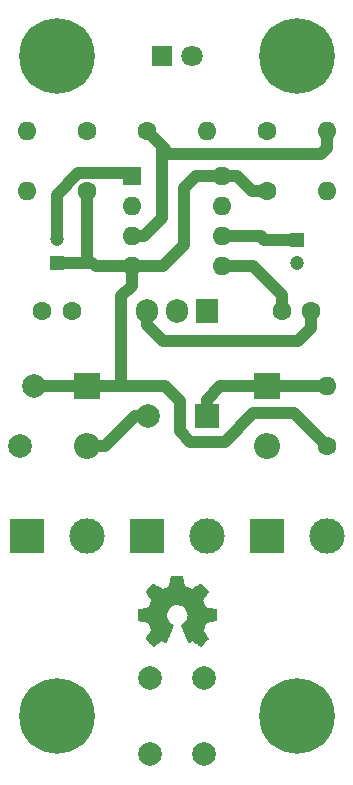
<source format=gbl>
%TF.GenerationSoftware,KiCad,Pcbnew,(5.1.9)-1*%
%TF.CreationDate,2021-08-06T17:42:55+02:00*%
%TF.ProjectId,Solenoid pulser,536f6c65-6e6f-4696-9420-70756c736572,V1.0*%
%TF.SameCoordinates,Original*%
%TF.FileFunction,Copper,L2,Bot*%
%TF.FilePolarity,Positive*%
%FSLAX46Y46*%
G04 Gerber Fmt 4.6, Leading zero omitted, Abs format (unit mm)*
G04 Created by KiCad (PCBNEW (5.1.9)-1) date 2021-08-06 17:42:55*
%MOMM*%
%LPD*%
G01*
G04 APERTURE LIST*
%TA.AperFunction,EtchedComponent*%
%ADD10C,0.010000*%
%TD*%
%TA.AperFunction,ComponentPad*%
%ADD11O,1.600000X1.600000*%
%TD*%
%TA.AperFunction,ComponentPad*%
%ADD12C,1.600000*%
%TD*%
%TA.AperFunction,ComponentPad*%
%ADD13O,2.200000X2.200000*%
%TD*%
%TA.AperFunction,ComponentPad*%
%ADD14R,2.200000X2.200000*%
%TD*%
%TA.AperFunction,ComponentPad*%
%ADD15O,1.905000X2.000000*%
%TD*%
%TA.AperFunction,ComponentPad*%
%ADD16R,1.905000X2.000000*%
%TD*%
%TA.AperFunction,ComponentPad*%
%ADD17C,0.800000*%
%TD*%
%TA.AperFunction,ComponentPad*%
%ADD18C,6.400000*%
%TD*%
%TA.AperFunction,ComponentPad*%
%ADD19C,2.010000*%
%TD*%
%TA.AperFunction,ComponentPad*%
%ADD20C,3.000000*%
%TD*%
%TA.AperFunction,ComponentPad*%
%ADD21R,3.000000X3.000000*%
%TD*%
%TA.AperFunction,ComponentPad*%
%ADD22R,1.600000X1.600000*%
%TD*%
%TA.AperFunction,ComponentPad*%
%ADD23C,2.000000*%
%TD*%
%TA.AperFunction,ComponentPad*%
%ADD24C,1.800000*%
%TD*%
%TA.AperFunction,ComponentPad*%
%ADD25R,1.800000X1.800000*%
%TD*%
%TA.AperFunction,ComponentPad*%
%ADD26R,2.000000X2.000000*%
%TD*%
%TA.AperFunction,ComponentPad*%
%ADD27C,1.200000*%
%TD*%
%TA.AperFunction,ComponentPad*%
%ADD28R,1.200000X1.200000*%
%TD*%
%TA.AperFunction,Conductor*%
%ADD29C,1.000000*%
%TD*%
G04 APERTURE END LIST*
D10*
G36*
X108664186Y-92718931D02*
G01*
X108580365Y-93163555D01*
X108271080Y-93291053D01*
X107961794Y-93418551D01*
X107590754Y-93166246D01*
X107486843Y-93095996D01*
X107392913Y-93033272D01*
X107313348Y-92980938D01*
X107252530Y-92941857D01*
X107214843Y-92918893D01*
X107204579Y-92913942D01*
X107186090Y-92926676D01*
X107146580Y-92961882D01*
X107090478Y-93015062D01*
X107022213Y-93081718D01*
X106946214Y-93157354D01*
X106866908Y-93237472D01*
X106788725Y-93317574D01*
X106716093Y-93393164D01*
X106653441Y-93459745D01*
X106605197Y-93512818D01*
X106575790Y-93547887D01*
X106568759Y-93559623D01*
X106578877Y-93581260D01*
X106607241Y-93628662D01*
X106650871Y-93697193D01*
X106706782Y-93782215D01*
X106771994Y-93879093D01*
X106809781Y-93934350D01*
X106878657Y-94035248D01*
X106939860Y-94126299D01*
X106990422Y-94202970D01*
X107027372Y-94260728D01*
X107047742Y-94295043D01*
X107050803Y-94302254D01*
X107043864Y-94322748D01*
X107024949Y-94370513D01*
X106996913Y-94438832D01*
X106962609Y-94520989D01*
X106924891Y-94610270D01*
X106886613Y-94699958D01*
X106850630Y-94783338D01*
X106819794Y-94853694D01*
X106796961Y-94904310D01*
X106784983Y-94928471D01*
X106784276Y-94929422D01*
X106765469Y-94934036D01*
X106715382Y-94944328D01*
X106639207Y-94959287D01*
X106542135Y-94977901D01*
X106429357Y-94999159D01*
X106363558Y-95011418D01*
X106243050Y-95034362D01*
X106134203Y-95056195D01*
X106042524Y-95075722D01*
X105973519Y-95091748D01*
X105932696Y-95103079D01*
X105924489Y-95106674D01*
X105916452Y-95131006D01*
X105909967Y-95185959D01*
X105905030Y-95265108D01*
X105901636Y-95362026D01*
X105899782Y-95470287D01*
X105899462Y-95583465D01*
X105900673Y-95695135D01*
X105903410Y-95798868D01*
X105907669Y-95888241D01*
X105913445Y-95956826D01*
X105920733Y-95998197D01*
X105925105Y-96006810D01*
X105951236Y-96017133D01*
X106006607Y-96031892D01*
X106083893Y-96049352D01*
X106175770Y-96067780D01*
X106207842Y-96073741D01*
X106362476Y-96102066D01*
X106484625Y-96124876D01*
X106578327Y-96143080D01*
X106647616Y-96157583D01*
X106696529Y-96169292D01*
X106729103Y-96179115D01*
X106749372Y-96187956D01*
X106761374Y-96196724D01*
X106763053Y-96198457D01*
X106779816Y-96226371D01*
X106805386Y-96280695D01*
X106837212Y-96354777D01*
X106872740Y-96441965D01*
X106909417Y-96535608D01*
X106944689Y-96629052D01*
X106976004Y-96715647D01*
X107000807Y-96788740D01*
X107016546Y-96841678D01*
X107020668Y-96867811D01*
X107020324Y-96868726D01*
X107006359Y-96890086D01*
X106974678Y-96937084D01*
X106928609Y-97004827D01*
X106871482Y-97088423D01*
X106806627Y-97182982D01*
X106788157Y-97209854D01*
X106722301Y-97307275D01*
X106664350Y-97396163D01*
X106617462Y-97471412D01*
X106584793Y-97527920D01*
X106569500Y-97560581D01*
X106568759Y-97564593D01*
X106581608Y-97585684D01*
X106617112Y-97627464D01*
X106670707Y-97685445D01*
X106737829Y-97755135D01*
X106813913Y-97832045D01*
X106894396Y-97911683D01*
X106974713Y-97989561D01*
X107050301Y-98061186D01*
X107116595Y-98122070D01*
X107169031Y-98167721D01*
X107203045Y-98193650D01*
X107212455Y-98197883D01*
X107234357Y-98187912D01*
X107279200Y-98161020D01*
X107339679Y-98121736D01*
X107386211Y-98090117D01*
X107470525Y-98032098D01*
X107570374Y-97963784D01*
X107670527Y-97895579D01*
X107724373Y-97859075D01*
X107906629Y-97735800D01*
X108059619Y-97818520D01*
X108129318Y-97854759D01*
X108188586Y-97882926D01*
X108228689Y-97898991D01*
X108238897Y-97901226D01*
X108251171Y-97884722D01*
X108275387Y-97838082D01*
X108309737Y-97765609D01*
X108352412Y-97671606D01*
X108401606Y-97560374D01*
X108455510Y-97436215D01*
X108512316Y-97303432D01*
X108570218Y-97166327D01*
X108627407Y-97029202D01*
X108682076Y-96896358D01*
X108732416Y-96772098D01*
X108776620Y-96660725D01*
X108812881Y-96566539D01*
X108839391Y-96493844D01*
X108854342Y-96446941D01*
X108856746Y-96430833D01*
X108837689Y-96410286D01*
X108795964Y-96376933D01*
X108740294Y-96337702D01*
X108735622Y-96334599D01*
X108591736Y-96219423D01*
X108475717Y-96085053D01*
X108388570Y-95935784D01*
X108331301Y-95775913D01*
X108304914Y-95609737D01*
X108310415Y-95441552D01*
X108348810Y-95275655D01*
X108421105Y-95116342D01*
X108442374Y-95081487D01*
X108553004Y-94940737D01*
X108683698Y-94827714D01*
X108829936Y-94743003D01*
X108987192Y-94687194D01*
X109150943Y-94660874D01*
X109316667Y-94664630D01*
X109479838Y-94699050D01*
X109635935Y-94764723D01*
X109780433Y-94862235D01*
X109825131Y-94901813D01*
X109938888Y-95025703D01*
X110021782Y-95156124D01*
X110078644Y-95302315D01*
X110110313Y-95447088D01*
X110118131Y-95609860D01*
X110092062Y-95773440D01*
X110034755Y-95932298D01*
X109948856Y-96080906D01*
X109837014Y-96213735D01*
X109701877Y-96325256D01*
X109684117Y-96337011D01*
X109627850Y-96375508D01*
X109585077Y-96408863D01*
X109564628Y-96430160D01*
X109564331Y-96430833D01*
X109568721Y-96453871D01*
X109586124Y-96506157D01*
X109614732Y-96583390D01*
X109652735Y-96681268D01*
X109698326Y-96795491D01*
X109749697Y-96921758D01*
X109805038Y-97055767D01*
X109862542Y-97193218D01*
X109920399Y-97329808D01*
X109976802Y-97461237D01*
X110029942Y-97583205D01*
X110078010Y-97691409D01*
X110119199Y-97781549D01*
X110151699Y-97849323D01*
X110173703Y-97890430D01*
X110182564Y-97901226D01*
X110209640Y-97892819D01*
X110260303Y-97870272D01*
X110325817Y-97837613D01*
X110361841Y-97818520D01*
X110514832Y-97735800D01*
X110697088Y-97859075D01*
X110790125Y-97922228D01*
X110891985Y-97991727D01*
X110987438Y-98057165D01*
X111035250Y-98090117D01*
X111102495Y-98135273D01*
X111159436Y-98171057D01*
X111198646Y-98192938D01*
X111211381Y-98197563D01*
X111229917Y-98185085D01*
X111270941Y-98150252D01*
X111330475Y-98096678D01*
X111404542Y-98027983D01*
X111489165Y-97947781D01*
X111542685Y-97896286D01*
X111636319Y-97804286D01*
X111717241Y-97721999D01*
X111782177Y-97652945D01*
X111827858Y-97600644D01*
X111851011Y-97568616D01*
X111853232Y-97562116D01*
X111842924Y-97537394D01*
X111814439Y-97487405D01*
X111770937Y-97417212D01*
X111715577Y-97331875D01*
X111651520Y-97236456D01*
X111633303Y-97209854D01*
X111566927Y-97113167D01*
X111507378Y-97026117D01*
X111457984Y-96953595D01*
X111422075Y-96900493D01*
X111402981Y-96871703D01*
X111401136Y-96868726D01*
X111403895Y-96845782D01*
X111418538Y-96795336D01*
X111442513Y-96724041D01*
X111473266Y-96638547D01*
X111508244Y-96545507D01*
X111544893Y-96451574D01*
X111580661Y-96363399D01*
X111612994Y-96287634D01*
X111639338Y-96230931D01*
X111657142Y-96199943D01*
X111658407Y-96198457D01*
X111669294Y-96189601D01*
X111687682Y-96180843D01*
X111717606Y-96171277D01*
X111763103Y-96159996D01*
X111828209Y-96146093D01*
X111916961Y-96128663D01*
X112033393Y-96106798D01*
X112181542Y-96079591D01*
X112213618Y-96073741D01*
X112308686Y-96055374D01*
X112391565Y-96037405D01*
X112454930Y-96021569D01*
X112491458Y-96009600D01*
X112496356Y-96006810D01*
X112504427Y-95982072D01*
X112510987Y-95926790D01*
X112516033Y-95847389D01*
X112519559Y-95750296D01*
X112521561Y-95641938D01*
X112522036Y-95528740D01*
X112520977Y-95417128D01*
X112518382Y-95313529D01*
X112514246Y-95224368D01*
X112508563Y-95156072D01*
X112501331Y-95115066D01*
X112496971Y-95106674D01*
X112472698Y-95098208D01*
X112417426Y-95084435D01*
X112336662Y-95066550D01*
X112235912Y-95045748D01*
X112120683Y-95023223D01*
X112057902Y-95011418D01*
X111938787Y-94989151D01*
X111832565Y-94968979D01*
X111744427Y-94951915D01*
X111679566Y-94938969D01*
X111643174Y-94931155D01*
X111637184Y-94929422D01*
X111627061Y-94909890D01*
X111605662Y-94862843D01*
X111575839Y-94795003D01*
X111540445Y-94713091D01*
X111502332Y-94623828D01*
X111464353Y-94533935D01*
X111429360Y-94450135D01*
X111400206Y-94379147D01*
X111379743Y-94327694D01*
X111370823Y-94302497D01*
X111370657Y-94301396D01*
X111380769Y-94281519D01*
X111409117Y-94235777D01*
X111452723Y-94168717D01*
X111508606Y-94084884D01*
X111573787Y-93988826D01*
X111611679Y-93933650D01*
X111680725Y-93832481D01*
X111742050Y-93740630D01*
X111792663Y-93662744D01*
X111829571Y-93603469D01*
X111849782Y-93567451D01*
X111852701Y-93559377D01*
X111840153Y-93540584D01*
X111805463Y-93500457D01*
X111753063Y-93443493D01*
X111687384Y-93374185D01*
X111612856Y-93297031D01*
X111533913Y-93216525D01*
X111454983Y-93137163D01*
X111380500Y-93063440D01*
X111314894Y-92999852D01*
X111262596Y-92950894D01*
X111228039Y-92921061D01*
X111216478Y-92913942D01*
X111197654Y-92923953D01*
X111152631Y-92952078D01*
X111085787Y-92995454D01*
X111001499Y-93051218D01*
X110904144Y-93116506D01*
X110830707Y-93166246D01*
X110459667Y-93418551D01*
X109841095Y-93163555D01*
X109757275Y-92718931D01*
X109673454Y-92274307D01*
X108748006Y-92274307D01*
X108664186Y-92718931D01*
G37*
X108664186Y-92718931D02*
X108580365Y-93163555D01*
X108271080Y-93291053D01*
X107961794Y-93418551D01*
X107590754Y-93166246D01*
X107486843Y-93095996D01*
X107392913Y-93033272D01*
X107313348Y-92980938D01*
X107252530Y-92941857D01*
X107214843Y-92918893D01*
X107204579Y-92913942D01*
X107186090Y-92926676D01*
X107146580Y-92961882D01*
X107090478Y-93015062D01*
X107022213Y-93081718D01*
X106946214Y-93157354D01*
X106866908Y-93237472D01*
X106788725Y-93317574D01*
X106716093Y-93393164D01*
X106653441Y-93459745D01*
X106605197Y-93512818D01*
X106575790Y-93547887D01*
X106568759Y-93559623D01*
X106578877Y-93581260D01*
X106607241Y-93628662D01*
X106650871Y-93697193D01*
X106706782Y-93782215D01*
X106771994Y-93879093D01*
X106809781Y-93934350D01*
X106878657Y-94035248D01*
X106939860Y-94126299D01*
X106990422Y-94202970D01*
X107027372Y-94260728D01*
X107047742Y-94295043D01*
X107050803Y-94302254D01*
X107043864Y-94322748D01*
X107024949Y-94370513D01*
X106996913Y-94438832D01*
X106962609Y-94520989D01*
X106924891Y-94610270D01*
X106886613Y-94699958D01*
X106850630Y-94783338D01*
X106819794Y-94853694D01*
X106796961Y-94904310D01*
X106784983Y-94928471D01*
X106784276Y-94929422D01*
X106765469Y-94934036D01*
X106715382Y-94944328D01*
X106639207Y-94959287D01*
X106542135Y-94977901D01*
X106429357Y-94999159D01*
X106363558Y-95011418D01*
X106243050Y-95034362D01*
X106134203Y-95056195D01*
X106042524Y-95075722D01*
X105973519Y-95091748D01*
X105932696Y-95103079D01*
X105924489Y-95106674D01*
X105916452Y-95131006D01*
X105909967Y-95185959D01*
X105905030Y-95265108D01*
X105901636Y-95362026D01*
X105899782Y-95470287D01*
X105899462Y-95583465D01*
X105900673Y-95695135D01*
X105903410Y-95798868D01*
X105907669Y-95888241D01*
X105913445Y-95956826D01*
X105920733Y-95998197D01*
X105925105Y-96006810D01*
X105951236Y-96017133D01*
X106006607Y-96031892D01*
X106083893Y-96049352D01*
X106175770Y-96067780D01*
X106207842Y-96073741D01*
X106362476Y-96102066D01*
X106484625Y-96124876D01*
X106578327Y-96143080D01*
X106647616Y-96157583D01*
X106696529Y-96169292D01*
X106729103Y-96179115D01*
X106749372Y-96187956D01*
X106761374Y-96196724D01*
X106763053Y-96198457D01*
X106779816Y-96226371D01*
X106805386Y-96280695D01*
X106837212Y-96354777D01*
X106872740Y-96441965D01*
X106909417Y-96535608D01*
X106944689Y-96629052D01*
X106976004Y-96715647D01*
X107000807Y-96788740D01*
X107016546Y-96841678D01*
X107020668Y-96867811D01*
X107020324Y-96868726D01*
X107006359Y-96890086D01*
X106974678Y-96937084D01*
X106928609Y-97004827D01*
X106871482Y-97088423D01*
X106806627Y-97182982D01*
X106788157Y-97209854D01*
X106722301Y-97307275D01*
X106664350Y-97396163D01*
X106617462Y-97471412D01*
X106584793Y-97527920D01*
X106569500Y-97560581D01*
X106568759Y-97564593D01*
X106581608Y-97585684D01*
X106617112Y-97627464D01*
X106670707Y-97685445D01*
X106737829Y-97755135D01*
X106813913Y-97832045D01*
X106894396Y-97911683D01*
X106974713Y-97989561D01*
X107050301Y-98061186D01*
X107116595Y-98122070D01*
X107169031Y-98167721D01*
X107203045Y-98193650D01*
X107212455Y-98197883D01*
X107234357Y-98187912D01*
X107279200Y-98161020D01*
X107339679Y-98121736D01*
X107386211Y-98090117D01*
X107470525Y-98032098D01*
X107570374Y-97963784D01*
X107670527Y-97895579D01*
X107724373Y-97859075D01*
X107906629Y-97735800D01*
X108059619Y-97818520D01*
X108129318Y-97854759D01*
X108188586Y-97882926D01*
X108228689Y-97898991D01*
X108238897Y-97901226D01*
X108251171Y-97884722D01*
X108275387Y-97838082D01*
X108309737Y-97765609D01*
X108352412Y-97671606D01*
X108401606Y-97560374D01*
X108455510Y-97436215D01*
X108512316Y-97303432D01*
X108570218Y-97166327D01*
X108627407Y-97029202D01*
X108682076Y-96896358D01*
X108732416Y-96772098D01*
X108776620Y-96660725D01*
X108812881Y-96566539D01*
X108839391Y-96493844D01*
X108854342Y-96446941D01*
X108856746Y-96430833D01*
X108837689Y-96410286D01*
X108795964Y-96376933D01*
X108740294Y-96337702D01*
X108735622Y-96334599D01*
X108591736Y-96219423D01*
X108475717Y-96085053D01*
X108388570Y-95935784D01*
X108331301Y-95775913D01*
X108304914Y-95609737D01*
X108310415Y-95441552D01*
X108348810Y-95275655D01*
X108421105Y-95116342D01*
X108442374Y-95081487D01*
X108553004Y-94940737D01*
X108683698Y-94827714D01*
X108829936Y-94743003D01*
X108987192Y-94687194D01*
X109150943Y-94660874D01*
X109316667Y-94664630D01*
X109479838Y-94699050D01*
X109635935Y-94764723D01*
X109780433Y-94862235D01*
X109825131Y-94901813D01*
X109938888Y-95025703D01*
X110021782Y-95156124D01*
X110078644Y-95302315D01*
X110110313Y-95447088D01*
X110118131Y-95609860D01*
X110092062Y-95773440D01*
X110034755Y-95932298D01*
X109948856Y-96080906D01*
X109837014Y-96213735D01*
X109701877Y-96325256D01*
X109684117Y-96337011D01*
X109627850Y-96375508D01*
X109585077Y-96408863D01*
X109564628Y-96430160D01*
X109564331Y-96430833D01*
X109568721Y-96453871D01*
X109586124Y-96506157D01*
X109614732Y-96583390D01*
X109652735Y-96681268D01*
X109698326Y-96795491D01*
X109749697Y-96921758D01*
X109805038Y-97055767D01*
X109862542Y-97193218D01*
X109920399Y-97329808D01*
X109976802Y-97461237D01*
X110029942Y-97583205D01*
X110078010Y-97691409D01*
X110119199Y-97781549D01*
X110151699Y-97849323D01*
X110173703Y-97890430D01*
X110182564Y-97901226D01*
X110209640Y-97892819D01*
X110260303Y-97870272D01*
X110325817Y-97837613D01*
X110361841Y-97818520D01*
X110514832Y-97735800D01*
X110697088Y-97859075D01*
X110790125Y-97922228D01*
X110891985Y-97991727D01*
X110987438Y-98057165D01*
X111035250Y-98090117D01*
X111102495Y-98135273D01*
X111159436Y-98171057D01*
X111198646Y-98192938D01*
X111211381Y-98197563D01*
X111229917Y-98185085D01*
X111270941Y-98150252D01*
X111330475Y-98096678D01*
X111404542Y-98027983D01*
X111489165Y-97947781D01*
X111542685Y-97896286D01*
X111636319Y-97804286D01*
X111717241Y-97721999D01*
X111782177Y-97652945D01*
X111827858Y-97600644D01*
X111851011Y-97568616D01*
X111853232Y-97562116D01*
X111842924Y-97537394D01*
X111814439Y-97487405D01*
X111770937Y-97417212D01*
X111715577Y-97331875D01*
X111651520Y-97236456D01*
X111633303Y-97209854D01*
X111566927Y-97113167D01*
X111507378Y-97026117D01*
X111457984Y-96953595D01*
X111422075Y-96900493D01*
X111402981Y-96871703D01*
X111401136Y-96868726D01*
X111403895Y-96845782D01*
X111418538Y-96795336D01*
X111442513Y-96724041D01*
X111473266Y-96638547D01*
X111508244Y-96545507D01*
X111544893Y-96451574D01*
X111580661Y-96363399D01*
X111612994Y-96287634D01*
X111639338Y-96230931D01*
X111657142Y-96199943D01*
X111658407Y-96198457D01*
X111669294Y-96189601D01*
X111687682Y-96180843D01*
X111717606Y-96171277D01*
X111763103Y-96159996D01*
X111828209Y-96146093D01*
X111916961Y-96128663D01*
X112033393Y-96106798D01*
X112181542Y-96079591D01*
X112213618Y-96073741D01*
X112308686Y-96055374D01*
X112391565Y-96037405D01*
X112454930Y-96021569D01*
X112491458Y-96009600D01*
X112496356Y-96006810D01*
X112504427Y-95982072D01*
X112510987Y-95926790D01*
X112516033Y-95847389D01*
X112519559Y-95750296D01*
X112521561Y-95641938D01*
X112522036Y-95528740D01*
X112520977Y-95417128D01*
X112518382Y-95313529D01*
X112514246Y-95224368D01*
X112508563Y-95156072D01*
X112501331Y-95115066D01*
X112496971Y-95106674D01*
X112472698Y-95098208D01*
X112417426Y-95084435D01*
X112336662Y-95066550D01*
X112235912Y-95045748D01*
X112120683Y-95023223D01*
X112057902Y-95011418D01*
X111938787Y-94989151D01*
X111832565Y-94968979D01*
X111744427Y-94951915D01*
X111679566Y-94938969D01*
X111643174Y-94931155D01*
X111637184Y-94929422D01*
X111627061Y-94909890D01*
X111605662Y-94862843D01*
X111575839Y-94795003D01*
X111540445Y-94713091D01*
X111502332Y-94623828D01*
X111464353Y-94533935D01*
X111429360Y-94450135D01*
X111400206Y-94379147D01*
X111379743Y-94327694D01*
X111370823Y-94302497D01*
X111370657Y-94301396D01*
X111380769Y-94281519D01*
X111409117Y-94235777D01*
X111452723Y-94168717D01*
X111508606Y-94084884D01*
X111573787Y-93988826D01*
X111611679Y-93933650D01*
X111680725Y-93832481D01*
X111742050Y-93740630D01*
X111792663Y-93662744D01*
X111829571Y-93603469D01*
X111849782Y-93567451D01*
X111852701Y-93559377D01*
X111840153Y-93540584D01*
X111805463Y-93500457D01*
X111753063Y-93443493D01*
X111687384Y-93374185D01*
X111612856Y-93297031D01*
X111533913Y-93216525D01*
X111454983Y-93137163D01*
X111380500Y-93063440D01*
X111314894Y-92999852D01*
X111262596Y-92950894D01*
X111228039Y-92921061D01*
X111216478Y-92913942D01*
X111197654Y-92923953D01*
X111152631Y-92952078D01*
X111085787Y-92995454D01*
X111001499Y-93051218D01*
X110904144Y-93116506D01*
X110830707Y-93166246D01*
X110459667Y-93418551D01*
X109841095Y-93163555D01*
X109757275Y-92718931D01*
X109673454Y-92274307D01*
X108748006Y-92274307D01*
X108664186Y-92718931D01*
D11*
X121920000Y-54610000D03*
D12*
X116840000Y-54610000D03*
D11*
X121920000Y-59690000D03*
D12*
X116840000Y-59690000D03*
D11*
X96520000Y-54610000D03*
D12*
X101600000Y-54610000D03*
D11*
X96520000Y-59690000D03*
D12*
X101600000Y-59690000D03*
D11*
X111760000Y-54610000D03*
D12*
X106680000Y-54610000D03*
D11*
X121920000Y-76200000D03*
D12*
X121920000Y-81280000D03*
D13*
X116840000Y-81280000D03*
D14*
X116840000Y-76200000D03*
D13*
X101600000Y-81280000D03*
D14*
X101600000Y-76200000D03*
D15*
X106680000Y-69850000D03*
X109220000Y-69850000D03*
D16*
X111760000Y-69850000D03*
D17*
X117682944Y-46562944D03*
X116980000Y-48260000D03*
X117682944Y-49957056D03*
X119380000Y-50660000D03*
X121077056Y-49957056D03*
X121780000Y-48260000D03*
X121077056Y-46562944D03*
X119380000Y-45860000D03*
D18*
X119380000Y-48260000D03*
D17*
X97362944Y-46562944D03*
X96660000Y-48260000D03*
X97362944Y-49957056D03*
X99060000Y-50660000D03*
X100757056Y-49957056D03*
X101460000Y-48260000D03*
X100757056Y-46562944D03*
X99060000Y-45860000D03*
D18*
X99060000Y-48260000D03*
D17*
X117682944Y-102442944D03*
X116980000Y-104140000D03*
X117682944Y-105837056D03*
X119380000Y-106540000D03*
X121077056Y-105837056D03*
X121780000Y-104140000D03*
X121077056Y-102442944D03*
X119380000Y-101740000D03*
D18*
X119380000Y-104140000D03*
D17*
X97362944Y-102442944D03*
X96660000Y-104140000D03*
X97362944Y-105837056D03*
X99060000Y-106540000D03*
X100757056Y-105837056D03*
X101460000Y-104140000D03*
X100757056Y-102442944D03*
X99060000Y-101740000D03*
D18*
X99060000Y-104140000D03*
D19*
X95955000Y-81300000D03*
X97155000Y-76200000D03*
D20*
X121920000Y-88900000D03*
D21*
X116840000Y-88900000D03*
D20*
X111760000Y-88900000D03*
D21*
X106680000Y-88900000D03*
D20*
X101600000Y-88900000D03*
D21*
X96520000Y-88900000D03*
D11*
X113030000Y-58420000D03*
X105410000Y-66040000D03*
X113030000Y-60960000D03*
X105410000Y-63500000D03*
X113030000Y-63500000D03*
X105410000Y-60960000D03*
X113030000Y-66040000D03*
D22*
X105410000Y-58420000D03*
D23*
X111470000Y-107390000D03*
X106970000Y-107390000D03*
X111470000Y-100890000D03*
X106970000Y-100890000D03*
D24*
X110490000Y-48260000D03*
D25*
X107950000Y-48260000D03*
D23*
X106760000Y-78740000D03*
D26*
X111760000Y-78740000D03*
D27*
X119380000Y-65797401D03*
D28*
X119380000Y-63797401D03*
D27*
X99060000Y-63742600D03*
D28*
X99060000Y-65742600D03*
D12*
X120610000Y-69850000D03*
X118110000Y-69850000D03*
X97830000Y-69850000D03*
X100330000Y-69850000D03*
D29*
X103124000Y-81280000D02*
X101600000Y-81280000D01*
X105664000Y-78740000D02*
X103124000Y-81280000D01*
X106760000Y-78740000D02*
X105664000Y-78740000D01*
X99060000Y-60009998D02*
X99060000Y-63742600D01*
X100879999Y-58189999D02*
X99060000Y-60009998D01*
X105179999Y-58189999D02*
X100879999Y-58189999D01*
X105410000Y-58420000D02*
X105179999Y-58189999D01*
X106680000Y-70993000D02*
X106680000Y-69850000D01*
X108077000Y-72390000D02*
X106680000Y-70993000D01*
X119507000Y-72390000D02*
X108077000Y-72390000D01*
X120610000Y-71287000D02*
X119507000Y-72390000D01*
X120610000Y-69850000D02*
X120610000Y-71287000D01*
X115697000Y-66040000D02*
X113030000Y-66040000D01*
X118110000Y-68453000D02*
X115697000Y-66040000D01*
X118110000Y-69850000D02*
X118110000Y-68453000D01*
X114300000Y-58420000D02*
X115570000Y-59690000D01*
X115570000Y-59690000D02*
X116840000Y-59690000D01*
X113030000Y-58420000D02*
X114300000Y-58420000D01*
X102362000Y-66040000D02*
X102064600Y-65742600D01*
X105410000Y-66040000D02*
X102362000Y-66040000D01*
X97155000Y-76200000D02*
X101600000Y-76200000D01*
X119126000Y-78486000D02*
X121920000Y-81280000D01*
X113284000Y-80899000D02*
X115697000Y-78486000D01*
X110363000Y-80899000D02*
X113284000Y-80899000D01*
X109474000Y-80010000D02*
X110363000Y-80899000D01*
X115697000Y-78486000D02*
X119126000Y-78486000D01*
X109474000Y-77470000D02*
X109474000Y-80010000D01*
X108204000Y-76200000D02*
X109474000Y-77470000D01*
X105410000Y-66040000D02*
X108077000Y-66040000D01*
X108077000Y-66040000D02*
X109855000Y-64262000D01*
X109855000Y-64262000D02*
X109855000Y-59436000D01*
X110871000Y-58420000D02*
X113030000Y-58420000D01*
X109855000Y-59436000D02*
X110871000Y-58420000D01*
X104521000Y-76200000D02*
X108204000Y-76200000D01*
X101600000Y-76200000D02*
X104521000Y-76200000D01*
X104521000Y-68580000D02*
X104521000Y-76200000D01*
X105410000Y-67691000D02*
X104521000Y-68580000D01*
X105410000Y-66040000D02*
X105410000Y-67691000D01*
X101600000Y-65699200D02*
X101556600Y-65742600D01*
X101600000Y-59690000D02*
X101600000Y-65699200D01*
X101556600Y-65742600D02*
X99060000Y-65742600D01*
X102064600Y-65742600D02*
X101556600Y-65742600D01*
X119380000Y-63797401D02*
X116629401Y-63797401D01*
X116332000Y-63500000D02*
X113030000Y-63500000D01*
X116629401Y-63797401D02*
X116332000Y-63500000D01*
X121920000Y-76200000D02*
X116840000Y-76200000D01*
X111760000Y-77343000D02*
X111760000Y-78740000D01*
X112903000Y-76200000D02*
X111760000Y-77343000D01*
X116840000Y-76200000D02*
X112903000Y-76200000D01*
X107950000Y-55880000D02*
X106680000Y-54610000D01*
X107950000Y-61976000D02*
X107950000Y-55880000D01*
X106426000Y-63500000D02*
X107950000Y-61976000D01*
X105410000Y-63500000D02*
X106426000Y-63500000D01*
X108585000Y-56515000D02*
X107950000Y-55880000D01*
X121412000Y-56515000D02*
X108585000Y-56515000D01*
X121920000Y-56007000D02*
X121412000Y-56515000D01*
X121920000Y-54610000D02*
X121920000Y-56007000D01*
M02*

</source>
